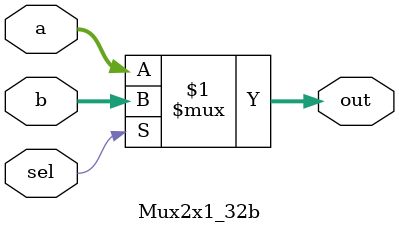
<source format=v>
`timescale 1ns / 1ps
module Mux2x1_32b(
	input [31:0] a,
   input [31:0] b,
   input sel,
   output [31:0] out);
   
    assign out = sel ? b : a;

endmodule


</source>
